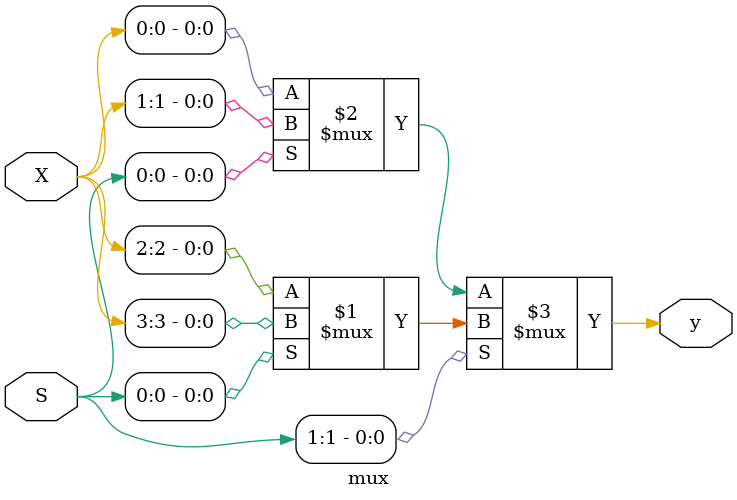
<source format=v>
module mux(X,S,y);
input [3:0] X;
input [1:0] S;
output y;
assign y=S[1]?(S[0]?X[3]:X[2]):(S[0]?X[1]:X[0]);
endmodule

</source>
